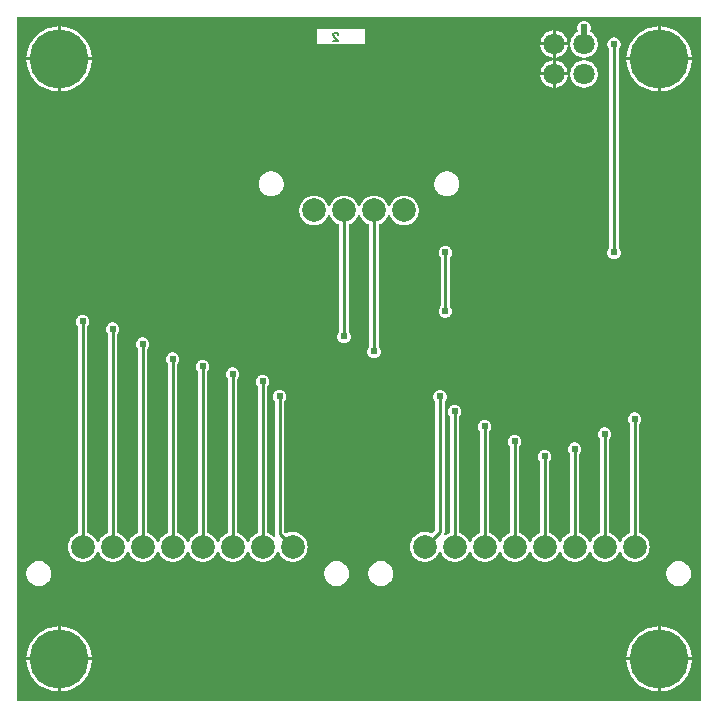
<source format=gbl>
G04 Layer: BottomLayer*
G04 Panelize: , Column: 2, Row: 2, Board Size: 58.42mm x 58.42mm, Panelized Board Size: 118.84mm x 118.84mm*
G04 EasyEDA v6.5.34, 2023-08-21 18:11:39*
G04 cee4ee92fcc340cbb195a6d854c32cc1,5a6b42c53f6a479593ecc07194224c93,10*
G04 Gerber Generator version 0.2*
G04 Scale: 100 percent, Rotated: No, Reflected: No *
G04 Dimensions in millimeters *
G04 leading zeros omitted , absolute positions ,4 integer and 5 decimal *
%FSLAX45Y45*%
%MOMM*%

%ADD10C,0.1524*%
%ADD11C,0.5000*%
%ADD12C,0.2540*%
%ADD13C,5.0000*%
%ADD14C,1.8000*%
%ADD15C,2.0000*%
%ADD16C,0.6096*%
%ADD17C,0.0167*%

%LPD*%
G36*
X5805932Y25908D02*
G01*
X36068Y26416D01*
X32156Y27178D01*
X28905Y29413D01*
X26670Y32664D01*
X25908Y36576D01*
X25908Y5805932D01*
X26670Y5809843D01*
X28905Y5813094D01*
X32156Y5815330D01*
X36068Y5816092D01*
X2555240Y5816092D01*
X2559151Y5815330D01*
X2562402Y5813094D01*
X2564638Y5809843D01*
X2565400Y5805932D01*
X2566162Y5809843D01*
X2568397Y5813094D01*
X2571648Y5815330D01*
X2575560Y5816092D01*
X5805932Y5816092D01*
X5809843Y5815330D01*
X5813094Y5813094D01*
X5815330Y5809843D01*
X5816092Y5805932D01*
X5816092Y36068D01*
X5815330Y32207D01*
X5813094Y28905D01*
X5809843Y26670D01*
G37*

%LPC*%
G36*
X4584700Y5600700D02*
G01*
X4687112Y5600700D01*
X4686960Y5602528D01*
X4684268Y5616803D01*
X4679746Y5630672D01*
X4673549Y5643829D01*
X4665776Y5656122D01*
X4656480Y5667349D01*
X4645863Y5677306D01*
X4634077Y5685840D01*
X4621326Y5692851D01*
X4607814Y5698236D01*
X4593691Y5701842D01*
X4584700Y5702960D01*
G37*
G36*
X5448300Y105613D02*
G01*
X5448300Y368300D01*
X5185410Y368300D01*
X5187289Y346405D01*
X5191150Y323646D01*
X5196890Y301244D01*
X5204460Y279450D01*
X5213858Y258317D01*
X5224983Y238099D01*
X5237784Y218846D01*
X5252161Y200710D01*
X5267960Y183896D01*
X5285130Y168402D01*
X5303520Y154432D01*
X5323027Y142087D01*
X5343499Y131368D01*
X5364835Y122428D01*
X5386781Y115265D01*
X5409285Y109982D01*
X5432145Y106629D01*
G37*
G36*
X368300Y105613D02*
G01*
X368300Y368300D01*
X105410Y368300D01*
X107289Y346405D01*
X111150Y323646D01*
X116890Y301244D01*
X124460Y279450D01*
X133858Y258317D01*
X144983Y238099D01*
X157784Y218846D01*
X172161Y200710D01*
X187960Y183896D01*
X205130Y168402D01*
X223520Y154432D01*
X243027Y142087D01*
X263499Y131368D01*
X284835Y122428D01*
X306781Y115265D01*
X329285Y109982D01*
X352145Y106629D01*
G37*
G36*
X5473700Y393700D02*
G01*
X5736336Y393700D01*
X5735929Y404063D01*
X5733034Y427024D01*
X5728208Y449630D01*
X5721553Y471728D01*
X5713018Y493217D01*
X5702757Y513892D01*
X5690819Y533704D01*
X5677204Y552348D01*
X5662117Y569874D01*
X5645607Y586028D01*
X5627827Y600760D01*
X5608828Y613968D01*
X5588812Y625500D01*
X5567934Y635355D01*
X5546242Y643382D01*
X5523992Y649630D01*
X5501284Y653948D01*
X5478322Y656336D01*
X5473700Y656437D01*
G37*
G36*
X393700Y393700D02*
G01*
X656336Y393700D01*
X655929Y404063D01*
X653034Y427024D01*
X648208Y449630D01*
X641553Y471728D01*
X633018Y493217D01*
X622757Y513892D01*
X610819Y533704D01*
X597204Y552348D01*
X582117Y569874D01*
X565607Y586028D01*
X547827Y600760D01*
X528828Y613968D01*
X508812Y625500D01*
X487934Y635355D01*
X466242Y643382D01*
X443992Y649630D01*
X421284Y653948D01*
X398322Y656336D01*
X393700Y656437D01*
G37*
G36*
X5185410Y393700D02*
G01*
X5448300Y393700D01*
X5448300Y656386D01*
X5432145Y655370D01*
X5409285Y652018D01*
X5386781Y646734D01*
X5364835Y639572D01*
X5343499Y630631D01*
X5323027Y619912D01*
X5303520Y607568D01*
X5285130Y593598D01*
X5267960Y578104D01*
X5252161Y561289D01*
X5237784Y543153D01*
X5224983Y523900D01*
X5213858Y503682D01*
X5204460Y482549D01*
X5196890Y460756D01*
X5191150Y438353D01*
X5187289Y415594D01*
G37*
G36*
X105410Y393700D02*
G01*
X368300Y393700D01*
X368300Y656386D01*
X352145Y655370D01*
X329285Y652018D01*
X306781Y646734D01*
X284835Y639572D01*
X263499Y630631D01*
X243027Y619912D01*
X223520Y607568D01*
X205130Y593598D01*
X187960Y578104D01*
X172161Y561289D01*
X157784Y543153D01*
X144983Y523900D01*
X133858Y503682D01*
X124460Y482549D01*
X116890Y460756D01*
X111150Y438353D01*
X107289Y415594D01*
G37*
G36*
X209804Y999032D02*
G01*
X223621Y999896D01*
X237185Y1002639D01*
X250342Y1007059D01*
X262737Y1013206D01*
X274269Y1020876D01*
X284683Y1030020D01*
X293827Y1040434D01*
X301498Y1051966D01*
X307644Y1064361D01*
X312064Y1077518D01*
X314807Y1091082D01*
X315671Y1104900D01*
X314807Y1118717D01*
X312064Y1132281D01*
X307644Y1145438D01*
X301498Y1157833D01*
X293827Y1169365D01*
X284683Y1179779D01*
X274269Y1188923D01*
X262737Y1196594D01*
X250342Y1202740D01*
X237185Y1207160D01*
X223621Y1209903D01*
X209804Y1210767D01*
X195986Y1209903D01*
X182422Y1207160D01*
X169265Y1202740D01*
X156870Y1196594D01*
X145338Y1188923D01*
X134924Y1179779D01*
X125780Y1169365D01*
X118110Y1157833D01*
X111963Y1145438D01*
X107543Y1132281D01*
X104800Y1118717D01*
X103936Y1104900D01*
X104800Y1091082D01*
X107543Y1077518D01*
X111963Y1064361D01*
X118110Y1051966D01*
X125780Y1040434D01*
X134924Y1030020D01*
X145338Y1020876D01*
X156870Y1013206D01*
X169265Y1007059D01*
X182422Y1002639D01*
X195986Y999896D01*
G37*
G36*
X3105404Y999032D02*
G01*
X3119221Y999896D01*
X3132785Y1002639D01*
X3145942Y1007059D01*
X3158337Y1013206D01*
X3169869Y1020876D01*
X3180283Y1030020D01*
X3189427Y1040434D01*
X3197098Y1051966D01*
X3203244Y1064361D01*
X3207664Y1077518D01*
X3210407Y1091082D01*
X3211271Y1104900D01*
X3210407Y1118717D01*
X3207664Y1132281D01*
X3203244Y1145438D01*
X3197098Y1157833D01*
X3189427Y1169365D01*
X3180283Y1179779D01*
X3169869Y1188923D01*
X3158337Y1196594D01*
X3145942Y1202740D01*
X3132785Y1207160D01*
X3119221Y1209903D01*
X3105404Y1210767D01*
X3091586Y1209903D01*
X3078022Y1207160D01*
X3064865Y1202740D01*
X3052470Y1196594D01*
X3040938Y1188923D01*
X3030524Y1179779D01*
X3021380Y1169365D01*
X3013710Y1157833D01*
X3007563Y1145438D01*
X3003143Y1132281D01*
X3000400Y1118717D01*
X2999536Y1104900D01*
X3000400Y1091082D01*
X3003143Y1077518D01*
X3007563Y1064361D01*
X3013710Y1051966D01*
X3021380Y1040434D01*
X3030524Y1030020D01*
X3040938Y1020876D01*
X3052470Y1013206D01*
X3064865Y1007059D01*
X3078022Y1002639D01*
X3091586Y999896D01*
G37*
G36*
X2731008Y999032D02*
G01*
X2744825Y999896D01*
X2758389Y1002639D01*
X2771546Y1007059D01*
X2783941Y1013206D01*
X2795473Y1020876D01*
X2805887Y1030020D01*
X2815031Y1040434D01*
X2822702Y1051966D01*
X2828848Y1064361D01*
X2833268Y1077518D01*
X2836011Y1091082D01*
X2836875Y1104900D01*
X2836011Y1118717D01*
X2833268Y1132281D01*
X2828848Y1145438D01*
X2822702Y1157833D01*
X2815031Y1169365D01*
X2805887Y1179779D01*
X2795473Y1188923D01*
X2783941Y1196594D01*
X2771546Y1202740D01*
X2758389Y1207160D01*
X2744825Y1209903D01*
X2731008Y1210767D01*
X2717190Y1209903D01*
X2703626Y1207160D01*
X2690469Y1202740D01*
X2678074Y1196594D01*
X2666542Y1188923D01*
X2656128Y1179779D01*
X2646984Y1169365D01*
X2639314Y1157833D01*
X2633167Y1145438D01*
X2628747Y1132281D01*
X2626004Y1118717D01*
X2625140Y1104900D01*
X2626004Y1091082D01*
X2628747Y1077518D01*
X2633167Y1064361D01*
X2639314Y1051966D01*
X2646984Y1040434D01*
X2656128Y1030020D01*
X2666542Y1020876D01*
X2678074Y1013206D01*
X2690469Y1007059D01*
X2703626Y1002639D01*
X2717190Y999896D01*
G37*
G36*
X5626608Y999032D02*
G01*
X5640425Y999896D01*
X5653989Y1002639D01*
X5667095Y1007059D01*
X5679541Y1013206D01*
X5691022Y1020876D01*
X5701436Y1030020D01*
X5710580Y1040434D01*
X5718302Y1051966D01*
X5724398Y1064361D01*
X5728868Y1077518D01*
X5731560Y1091082D01*
X5732475Y1104900D01*
X5731560Y1118717D01*
X5728868Y1132281D01*
X5724398Y1145438D01*
X5718302Y1157833D01*
X5710580Y1169365D01*
X5701436Y1179779D01*
X5691022Y1188923D01*
X5679541Y1196594D01*
X5667095Y1202740D01*
X5653989Y1207160D01*
X5640425Y1209903D01*
X5626608Y1210767D01*
X5612739Y1209903D01*
X5599176Y1207160D01*
X5586069Y1202740D01*
X5573623Y1196594D01*
X5562142Y1188923D01*
X5551728Y1179779D01*
X5542584Y1169365D01*
X5534863Y1157833D01*
X5528767Y1145438D01*
X5524296Y1132281D01*
X5521604Y1118717D01*
X5520690Y1104900D01*
X5521604Y1091082D01*
X5524296Y1077518D01*
X5528767Y1064361D01*
X5534863Y1051966D01*
X5542584Y1040434D01*
X5551728Y1030020D01*
X5562142Y1020876D01*
X5573623Y1013206D01*
X5586069Y1007059D01*
X5599176Y1002639D01*
X5612739Y999896D01*
G37*
G36*
X3477006Y1204010D02*
G01*
X3492195Y1204925D01*
X3507130Y1207668D01*
X3521659Y1212189D01*
X3535527Y1218438D01*
X3548532Y1226312D01*
X3560470Y1235659D01*
X3571240Y1246428D01*
X3580587Y1258366D01*
X3588461Y1271371D01*
X3594760Y1285290D01*
X3596944Y1288491D01*
X3600196Y1290574D01*
X3604006Y1291285D01*
X3607815Y1290574D01*
X3611067Y1288491D01*
X3613251Y1285290D01*
X3619550Y1271371D01*
X3627424Y1258366D01*
X3636772Y1246428D01*
X3647541Y1235659D01*
X3659479Y1226312D01*
X3672484Y1218438D01*
X3686352Y1212189D01*
X3700881Y1207668D01*
X3715816Y1204925D01*
X3731006Y1204010D01*
X3746195Y1204925D01*
X3761130Y1207668D01*
X3775659Y1212189D01*
X3789527Y1218438D01*
X3802532Y1226312D01*
X3814470Y1235659D01*
X3825240Y1246428D01*
X3834587Y1258366D01*
X3842461Y1271371D01*
X3848760Y1285290D01*
X3850944Y1288491D01*
X3854196Y1290574D01*
X3858006Y1291285D01*
X3861815Y1290574D01*
X3865067Y1288491D01*
X3867251Y1285290D01*
X3873550Y1271371D01*
X3881424Y1258366D01*
X3890772Y1246428D01*
X3901541Y1235659D01*
X3913479Y1226312D01*
X3926484Y1218438D01*
X3940352Y1212189D01*
X3954881Y1207668D01*
X3969816Y1204925D01*
X3985006Y1204010D01*
X4000195Y1204925D01*
X4015130Y1207668D01*
X4029659Y1212189D01*
X4043527Y1218438D01*
X4056532Y1226312D01*
X4068470Y1235659D01*
X4079240Y1246428D01*
X4088587Y1258366D01*
X4096461Y1271371D01*
X4102760Y1285290D01*
X4104944Y1288491D01*
X4108196Y1290574D01*
X4112006Y1291285D01*
X4115815Y1290574D01*
X4119067Y1288491D01*
X4121251Y1285290D01*
X4127550Y1271371D01*
X4135424Y1258366D01*
X4144772Y1246428D01*
X4155541Y1235659D01*
X4167479Y1226312D01*
X4180484Y1218438D01*
X4194352Y1212189D01*
X4208881Y1207668D01*
X4223816Y1204925D01*
X4239006Y1204010D01*
X4254195Y1204925D01*
X4269130Y1207668D01*
X4283659Y1212189D01*
X4297527Y1218438D01*
X4310532Y1226312D01*
X4322470Y1235659D01*
X4333240Y1246428D01*
X4342587Y1258366D01*
X4350461Y1271371D01*
X4356760Y1285290D01*
X4358944Y1288491D01*
X4362196Y1290574D01*
X4366006Y1291285D01*
X4369816Y1290574D01*
X4373067Y1288491D01*
X4375251Y1285290D01*
X4381550Y1271371D01*
X4389424Y1258366D01*
X4398772Y1246428D01*
X4409541Y1235659D01*
X4421479Y1226312D01*
X4434484Y1218438D01*
X4448352Y1212189D01*
X4462881Y1207668D01*
X4477816Y1204925D01*
X4493006Y1204010D01*
X4508195Y1204925D01*
X4523130Y1207668D01*
X4537659Y1212189D01*
X4551527Y1218438D01*
X4564532Y1226312D01*
X4576470Y1235659D01*
X4587240Y1246428D01*
X4596587Y1258366D01*
X4604461Y1271371D01*
X4610760Y1285290D01*
X4612944Y1288491D01*
X4616196Y1290574D01*
X4620006Y1291285D01*
X4623816Y1290574D01*
X4627067Y1288491D01*
X4629251Y1285290D01*
X4635550Y1271371D01*
X4643424Y1258366D01*
X4652772Y1246428D01*
X4663541Y1235659D01*
X4675479Y1226312D01*
X4688484Y1218438D01*
X4702352Y1212189D01*
X4716881Y1207668D01*
X4731816Y1204925D01*
X4747006Y1204010D01*
X4762195Y1204925D01*
X4777130Y1207668D01*
X4791659Y1212189D01*
X4805527Y1218438D01*
X4818532Y1226312D01*
X4830470Y1235659D01*
X4841240Y1246428D01*
X4850587Y1258366D01*
X4858461Y1271371D01*
X4864760Y1285290D01*
X4866944Y1288491D01*
X4870196Y1290574D01*
X4874006Y1291285D01*
X4877816Y1290574D01*
X4881067Y1288491D01*
X4883251Y1285290D01*
X4889550Y1271371D01*
X4897424Y1258366D01*
X4906772Y1246428D01*
X4917541Y1235659D01*
X4929479Y1226312D01*
X4942484Y1218438D01*
X4956352Y1212189D01*
X4970881Y1207668D01*
X4985816Y1204925D01*
X5001006Y1204010D01*
X5016195Y1204925D01*
X5031130Y1207668D01*
X5045659Y1212189D01*
X5059527Y1218438D01*
X5072532Y1226312D01*
X5084470Y1235659D01*
X5095240Y1246428D01*
X5104587Y1258366D01*
X5112461Y1271371D01*
X5118760Y1285290D01*
X5120944Y1288491D01*
X5124196Y1290574D01*
X5128006Y1291285D01*
X5131816Y1290574D01*
X5135067Y1288491D01*
X5137251Y1285290D01*
X5143550Y1271371D01*
X5151424Y1258366D01*
X5160772Y1246428D01*
X5171541Y1235659D01*
X5183479Y1226312D01*
X5196484Y1218438D01*
X5210352Y1212189D01*
X5224881Y1207668D01*
X5239816Y1204925D01*
X5255006Y1204010D01*
X5270195Y1204925D01*
X5285130Y1207668D01*
X5299659Y1212189D01*
X5313527Y1218438D01*
X5326532Y1226312D01*
X5338470Y1235659D01*
X5349240Y1246428D01*
X5358587Y1258366D01*
X5366461Y1271371D01*
X5372709Y1285240D01*
X5377230Y1299768D01*
X5379974Y1314704D01*
X5380888Y1329893D01*
X5379974Y1345082D01*
X5377230Y1360017D01*
X5372709Y1374546D01*
X5366461Y1388414D01*
X5358587Y1401419D01*
X5349240Y1413357D01*
X5338470Y1424127D01*
X5326532Y1433474D01*
X5313527Y1441348D01*
X5299608Y1447596D01*
X5296458Y1449832D01*
X5294376Y1453083D01*
X5293614Y1456893D01*
X5293614Y2367991D01*
X5294376Y2371902D01*
X5296611Y2375204D01*
X5298186Y2376779D01*
X5303824Y2384806D01*
X5307939Y2393746D01*
X5310479Y2403195D01*
X5311343Y2413000D01*
X5310479Y2422804D01*
X5307939Y2432253D01*
X5303824Y2441194D01*
X5298186Y2449220D01*
X5291226Y2456180D01*
X5283200Y2461818D01*
X5274259Y2465933D01*
X5264810Y2468473D01*
X5255006Y2469337D01*
X5245201Y2468473D01*
X5235752Y2465933D01*
X5226812Y2461818D01*
X5218785Y2456180D01*
X5211826Y2449220D01*
X5206187Y2441194D01*
X5202072Y2432253D01*
X5199532Y2422804D01*
X5198668Y2413000D01*
X5199532Y2403195D01*
X5202072Y2393746D01*
X5206187Y2384806D01*
X5211826Y2376779D01*
X5213400Y2375204D01*
X5215636Y2371902D01*
X5216398Y2367991D01*
X5216398Y1456893D01*
X5215686Y1453083D01*
X5213553Y1449832D01*
X5210403Y1447596D01*
X5196484Y1441348D01*
X5183479Y1433474D01*
X5171541Y1424127D01*
X5160772Y1413357D01*
X5151424Y1401419D01*
X5143550Y1388414D01*
X5137251Y1374495D01*
X5135067Y1371295D01*
X5131816Y1369212D01*
X5128006Y1368501D01*
X5124196Y1369212D01*
X5120944Y1371295D01*
X5118760Y1374495D01*
X5112461Y1388414D01*
X5104587Y1401419D01*
X5095240Y1413357D01*
X5084470Y1424127D01*
X5072532Y1433474D01*
X5059527Y1441348D01*
X5045608Y1447596D01*
X5042458Y1449832D01*
X5040376Y1453083D01*
X5039614Y1456893D01*
X5039614Y2240991D01*
X5040376Y2244902D01*
X5042611Y2248204D01*
X5044186Y2249779D01*
X5049824Y2257806D01*
X5053939Y2266746D01*
X5056479Y2276195D01*
X5057343Y2286000D01*
X5056479Y2295804D01*
X5053939Y2305253D01*
X5049824Y2314194D01*
X5044186Y2322220D01*
X5037226Y2329180D01*
X5029200Y2334818D01*
X5020259Y2338933D01*
X5010810Y2341473D01*
X5001006Y2342337D01*
X4991201Y2341473D01*
X4981752Y2338933D01*
X4972812Y2334818D01*
X4964785Y2329180D01*
X4957826Y2322220D01*
X4952187Y2314194D01*
X4948072Y2305253D01*
X4945532Y2295804D01*
X4944668Y2286000D01*
X4945532Y2276195D01*
X4948072Y2266746D01*
X4952187Y2257806D01*
X4957826Y2249779D01*
X4959400Y2248204D01*
X4961636Y2244902D01*
X4962398Y2240991D01*
X4962398Y1456893D01*
X4961686Y1453083D01*
X4959553Y1449832D01*
X4956403Y1447596D01*
X4942484Y1441348D01*
X4929479Y1433474D01*
X4917541Y1424127D01*
X4906772Y1413357D01*
X4897424Y1401419D01*
X4889550Y1388414D01*
X4883251Y1374495D01*
X4881067Y1371295D01*
X4877816Y1369212D01*
X4874006Y1368501D01*
X4870196Y1369212D01*
X4866944Y1371295D01*
X4864760Y1374495D01*
X4858461Y1388414D01*
X4850587Y1401419D01*
X4841240Y1413357D01*
X4830470Y1424127D01*
X4818532Y1433474D01*
X4805527Y1441348D01*
X4791608Y1447596D01*
X4788458Y1449832D01*
X4786376Y1453083D01*
X4785614Y1456893D01*
X4785614Y2113991D01*
X4786376Y2117902D01*
X4788611Y2121204D01*
X4790186Y2122779D01*
X4795824Y2130806D01*
X4799939Y2139746D01*
X4802479Y2149195D01*
X4803343Y2159000D01*
X4802479Y2168804D01*
X4799939Y2178253D01*
X4795824Y2187194D01*
X4790186Y2195220D01*
X4783226Y2202180D01*
X4775200Y2207818D01*
X4766259Y2211933D01*
X4756810Y2214473D01*
X4747006Y2215337D01*
X4737201Y2214473D01*
X4727752Y2211933D01*
X4718812Y2207818D01*
X4710785Y2202180D01*
X4703826Y2195220D01*
X4698187Y2187194D01*
X4694072Y2178253D01*
X4691532Y2168804D01*
X4690668Y2159000D01*
X4691532Y2149195D01*
X4694072Y2139746D01*
X4698187Y2130806D01*
X4703826Y2122779D01*
X4705400Y2121204D01*
X4707636Y2117902D01*
X4708398Y2113991D01*
X4708398Y1456893D01*
X4707686Y1453083D01*
X4705553Y1449832D01*
X4702403Y1447596D01*
X4688484Y1441348D01*
X4675479Y1433474D01*
X4663541Y1424127D01*
X4652772Y1413357D01*
X4643424Y1401419D01*
X4635550Y1388414D01*
X4629251Y1374495D01*
X4627067Y1371295D01*
X4623816Y1369212D01*
X4620006Y1368501D01*
X4616196Y1369212D01*
X4612944Y1371295D01*
X4610760Y1374495D01*
X4604461Y1388414D01*
X4596587Y1401419D01*
X4587240Y1413357D01*
X4576470Y1424127D01*
X4564532Y1433474D01*
X4551527Y1441348D01*
X4537608Y1447596D01*
X4534458Y1449832D01*
X4532376Y1453083D01*
X4531614Y1456893D01*
X4531614Y2050491D01*
X4532376Y2054402D01*
X4534611Y2057704D01*
X4536186Y2059279D01*
X4541824Y2067306D01*
X4545939Y2076246D01*
X4548479Y2085695D01*
X4549343Y2095500D01*
X4548479Y2105304D01*
X4545939Y2114753D01*
X4541824Y2123694D01*
X4536186Y2131720D01*
X4529226Y2138680D01*
X4521200Y2144318D01*
X4512259Y2148433D01*
X4502810Y2150973D01*
X4493006Y2151837D01*
X4483201Y2150973D01*
X4473752Y2148433D01*
X4464812Y2144318D01*
X4456785Y2138680D01*
X4449826Y2131720D01*
X4444187Y2123694D01*
X4440072Y2114753D01*
X4437532Y2105304D01*
X4436668Y2095500D01*
X4437532Y2085695D01*
X4440072Y2076246D01*
X4444187Y2067306D01*
X4449826Y2059279D01*
X4451400Y2057704D01*
X4453636Y2054402D01*
X4454398Y2050491D01*
X4454398Y1456893D01*
X4453686Y1453083D01*
X4451553Y1449832D01*
X4448403Y1447596D01*
X4434484Y1441348D01*
X4421479Y1433474D01*
X4409541Y1424127D01*
X4398772Y1413357D01*
X4389424Y1401419D01*
X4381550Y1388414D01*
X4375251Y1374495D01*
X4373067Y1371295D01*
X4369816Y1369212D01*
X4366006Y1368501D01*
X4362196Y1369212D01*
X4358944Y1371295D01*
X4356760Y1374495D01*
X4350461Y1388414D01*
X4342587Y1401419D01*
X4333240Y1413357D01*
X4322470Y1424127D01*
X4310532Y1433474D01*
X4297527Y1441348D01*
X4283608Y1447596D01*
X4280458Y1449832D01*
X4278376Y1453083D01*
X4277614Y1456893D01*
X4277614Y2177491D01*
X4278376Y2181402D01*
X4280611Y2184704D01*
X4282186Y2186279D01*
X4287824Y2194306D01*
X4291939Y2203246D01*
X4294479Y2212695D01*
X4295343Y2222500D01*
X4294479Y2232304D01*
X4291939Y2241753D01*
X4287824Y2250694D01*
X4282186Y2258720D01*
X4275226Y2265680D01*
X4267200Y2271318D01*
X4258259Y2275433D01*
X4248810Y2277973D01*
X4239006Y2278837D01*
X4229201Y2277973D01*
X4219752Y2275433D01*
X4210812Y2271318D01*
X4202785Y2265680D01*
X4195826Y2258720D01*
X4190187Y2250694D01*
X4186072Y2241753D01*
X4183532Y2232304D01*
X4182668Y2222500D01*
X4183532Y2212695D01*
X4186072Y2203246D01*
X4190187Y2194306D01*
X4195826Y2186279D01*
X4197400Y2184704D01*
X4199636Y2181402D01*
X4200398Y2177491D01*
X4200398Y1456893D01*
X4199686Y1453083D01*
X4197553Y1449832D01*
X4194403Y1447596D01*
X4180484Y1441348D01*
X4167479Y1433474D01*
X4155541Y1424127D01*
X4144772Y1413357D01*
X4135424Y1401419D01*
X4127550Y1388414D01*
X4121251Y1374495D01*
X4119067Y1371295D01*
X4115815Y1369212D01*
X4112006Y1368501D01*
X4108196Y1369212D01*
X4104944Y1371295D01*
X4102760Y1374495D01*
X4096461Y1388414D01*
X4088587Y1401419D01*
X4079240Y1413357D01*
X4068470Y1424127D01*
X4056532Y1433474D01*
X4043527Y1441348D01*
X4029608Y1447596D01*
X4026458Y1449832D01*
X4024376Y1453083D01*
X4023614Y1456893D01*
X4023614Y2304491D01*
X4024376Y2308402D01*
X4026611Y2311704D01*
X4028186Y2313279D01*
X4033824Y2321306D01*
X4037939Y2330246D01*
X4040479Y2339695D01*
X4041343Y2349500D01*
X4040479Y2359304D01*
X4037939Y2368753D01*
X4033824Y2377694D01*
X4028186Y2385720D01*
X4021226Y2392680D01*
X4013200Y2398318D01*
X4004259Y2402433D01*
X3994810Y2404973D01*
X3985006Y2405837D01*
X3975201Y2404973D01*
X3965752Y2402433D01*
X3956812Y2398318D01*
X3948785Y2392680D01*
X3941826Y2385720D01*
X3936187Y2377694D01*
X3932072Y2368753D01*
X3929532Y2359304D01*
X3928668Y2349500D01*
X3929532Y2339695D01*
X3932072Y2330246D01*
X3936187Y2321306D01*
X3941826Y2313279D01*
X3943400Y2311704D01*
X3945636Y2308402D01*
X3946398Y2304491D01*
X3946398Y1456893D01*
X3945686Y1453083D01*
X3943553Y1449832D01*
X3940403Y1447596D01*
X3926484Y1441348D01*
X3913479Y1433474D01*
X3901541Y1424127D01*
X3890772Y1413357D01*
X3881424Y1401419D01*
X3873550Y1388414D01*
X3867251Y1374495D01*
X3865067Y1371295D01*
X3861815Y1369212D01*
X3858006Y1368501D01*
X3854196Y1369212D01*
X3850944Y1371295D01*
X3848760Y1374495D01*
X3842461Y1388414D01*
X3834587Y1401419D01*
X3825240Y1413357D01*
X3814470Y1424127D01*
X3802532Y1433474D01*
X3789527Y1441348D01*
X3775608Y1447596D01*
X3772458Y1449832D01*
X3770376Y1453083D01*
X3769614Y1456893D01*
X3769614Y2431491D01*
X3770376Y2435402D01*
X3772611Y2438704D01*
X3774186Y2440279D01*
X3779824Y2448306D01*
X3783939Y2457246D01*
X3786479Y2466695D01*
X3787343Y2476500D01*
X3786479Y2486304D01*
X3783939Y2495753D01*
X3779824Y2504694D01*
X3774186Y2512720D01*
X3767226Y2519680D01*
X3759200Y2525318D01*
X3750259Y2529433D01*
X3740810Y2531973D01*
X3731006Y2532837D01*
X3721201Y2531973D01*
X3711752Y2529433D01*
X3702812Y2525318D01*
X3694785Y2519680D01*
X3687826Y2512720D01*
X3682187Y2504694D01*
X3678072Y2495753D01*
X3675532Y2486304D01*
X3674668Y2476500D01*
X3675532Y2466695D01*
X3678072Y2457246D01*
X3682187Y2448306D01*
X3687826Y2440279D01*
X3689400Y2438704D01*
X3691636Y2435402D01*
X3692398Y2431491D01*
X3692398Y1456893D01*
X3691686Y1453083D01*
X3689553Y1449832D01*
X3686403Y1447596D01*
X3672484Y1441348D01*
X3659479Y1433474D01*
X3657549Y1432001D01*
X3654044Y1430223D01*
X3650132Y1429918D01*
X3646373Y1431086D01*
X3643376Y1433626D01*
X3641547Y1437081D01*
X3641191Y1440992D01*
X3644595Y1452168D01*
X3645408Y1460195D01*
X3645408Y2558491D01*
X3646170Y2562402D01*
X3648405Y2565704D01*
X3649979Y2567279D01*
X3655618Y2575306D01*
X3659733Y2584246D01*
X3662273Y2593695D01*
X3663137Y2603500D01*
X3662273Y2613304D01*
X3659733Y2622753D01*
X3655618Y2631694D01*
X3649979Y2639720D01*
X3643020Y2646680D01*
X3634994Y2652318D01*
X3626053Y2656433D01*
X3616604Y2658973D01*
X3606800Y2659837D01*
X3596995Y2658973D01*
X3587546Y2656433D01*
X3578606Y2652318D01*
X3570579Y2646680D01*
X3563620Y2639720D01*
X3557981Y2631694D01*
X3553866Y2622753D01*
X3551326Y2613304D01*
X3550462Y2603500D01*
X3551326Y2593695D01*
X3553866Y2584246D01*
X3557981Y2575306D01*
X3563620Y2567279D01*
X3565194Y2565704D01*
X3567429Y2562402D01*
X3568192Y2558491D01*
X3568192Y1479905D01*
X3567429Y1475994D01*
X3565194Y1472692D01*
X3539337Y1446834D01*
X3535934Y1444599D01*
X3531971Y1443837D01*
X3528009Y1444752D01*
X3521659Y1447596D01*
X3507130Y1452118D01*
X3492195Y1454861D01*
X3477006Y1455775D01*
X3461816Y1454861D01*
X3446881Y1452118D01*
X3432352Y1447596D01*
X3418484Y1441348D01*
X3405479Y1433474D01*
X3393541Y1424127D01*
X3382772Y1413357D01*
X3373424Y1401419D01*
X3365550Y1388414D01*
X3359302Y1374546D01*
X3354781Y1360017D01*
X3352037Y1345082D01*
X3351123Y1329893D01*
X3352037Y1314704D01*
X3354781Y1299768D01*
X3359302Y1285240D01*
X3365550Y1271371D01*
X3373424Y1258366D01*
X3382772Y1246428D01*
X3393541Y1235659D01*
X3405479Y1226312D01*
X3418484Y1218438D01*
X3432352Y1212189D01*
X3446881Y1207668D01*
X3461816Y1204925D01*
G37*
G36*
X581406Y1204010D02*
G01*
X596595Y1204925D01*
X611530Y1207668D01*
X626059Y1212189D01*
X639927Y1218438D01*
X652932Y1226312D01*
X664870Y1235659D01*
X675640Y1246428D01*
X684987Y1258366D01*
X692861Y1271371D01*
X699160Y1285290D01*
X701344Y1288491D01*
X704596Y1290574D01*
X708406Y1291285D01*
X712216Y1290574D01*
X715467Y1288491D01*
X717651Y1285290D01*
X723950Y1271371D01*
X731824Y1258366D01*
X741172Y1246428D01*
X751941Y1235659D01*
X763879Y1226312D01*
X776884Y1218438D01*
X790752Y1212189D01*
X805281Y1207668D01*
X820216Y1204925D01*
X835406Y1204010D01*
X850595Y1204925D01*
X865530Y1207668D01*
X880059Y1212189D01*
X893927Y1218438D01*
X906932Y1226312D01*
X918870Y1235659D01*
X929640Y1246428D01*
X938987Y1258366D01*
X946861Y1271371D01*
X953160Y1285290D01*
X955344Y1288491D01*
X958596Y1290574D01*
X962406Y1291285D01*
X966216Y1290574D01*
X969467Y1288491D01*
X971651Y1285290D01*
X977950Y1271371D01*
X985824Y1258366D01*
X995171Y1246428D01*
X1005941Y1235659D01*
X1017879Y1226312D01*
X1030884Y1218438D01*
X1044752Y1212189D01*
X1059281Y1207668D01*
X1074216Y1204925D01*
X1089406Y1204010D01*
X1104595Y1204925D01*
X1119530Y1207668D01*
X1134059Y1212189D01*
X1147927Y1218438D01*
X1160932Y1226312D01*
X1172870Y1235659D01*
X1183640Y1246428D01*
X1192987Y1258366D01*
X1200861Y1271371D01*
X1207160Y1285290D01*
X1209344Y1288491D01*
X1212596Y1290574D01*
X1216406Y1291285D01*
X1220216Y1290574D01*
X1223467Y1288491D01*
X1225651Y1285290D01*
X1231950Y1271371D01*
X1239824Y1258366D01*
X1249172Y1246428D01*
X1259941Y1235659D01*
X1271879Y1226312D01*
X1284884Y1218438D01*
X1298752Y1212189D01*
X1313281Y1207668D01*
X1328216Y1204925D01*
X1343406Y1204010D01*
X1358595Y1204925D01*
X1373530Y1207668D01*
X1388059Y1212189D01*
X1401927Y1218438D01*
X1414932Y1226312D01*
X1426870Y1235659D01*
X1437640Y1246428D01*
X1446987Y1258366D01*
X1454861Y1271371D01*
X1461160Y1285290D01*
X1463344Y1288491D01*
X1466596Y1290574D01*
X1470406Y1291285D01*
X1474216Y1290574D01*
X1477467Y1288491D01*
X1479651Y1285290D01*
X1485950Y1271371D01*
X1493824Y1258366D01*
X1503172Y1246428D01*
X1513941Y1235659D01*
X1525879Y1226312D01*
X1538884Y1218438D01*
X1552752Y1212189D01*
X1567281Y1207668D01*
X1582216Y1204925D01*
X1597406Y1204010D01*
X1612595Y1204925D01*
X1627530Y1207668D01*
X1642059Y1212189D01*
X1655927Y1218438D01*
X1668932Y1226312D01*
X1680870Y1235659D01*
X1691639Y1246428D01*
X1700987Y1258366D01*
X1708861Y1271371D01*
X1715160Y1285290D01*
X1717344Y1288491D01*
X1720596Y1290574D01*
X1724406Y1291285D01*
X1728216Y1290574D01*
X1731467Y1288491D01*
X1733651Y1285290D01*
X1739950Y1271371D01*
X1747824Y1258366D01*
X1757172Y1246428D01*
X1767941Y1235659D01*
X1779879Y1226312D01*
X1792884Y1218438D01*
X1806752Y1212189D01*
X1821281Y1207668D01*
X1836216Y1204925D01*
X1851406Y1204010D01*
X1866595Y1204925D01*
X1881530Y1207668D01*
X1896059Y1212189D01*
X1909927Y1218438D01*
X1922932Y1226312D01*
X1934870Y1235659D01*
X1945639Y1246428D01*
X1954987Y1258366D01*
X1962861Y1271371D01*
X1969160Y1285290D01*
X1971344Y1288491D01*
X1974596Y1290574D01*
X1978406Y1291285D01*
X1982216Y1290574D01*
X1985467Y1288491D01*
X1987651Y1285290D01*
X1993950Y1271371D01*
X2001824Y1258366D01*
X2011172Y1246428D01*
X2021941Y1235659D01*
X2033879Y1226312D01*
X2046884Y1218438D01*
X2060752Y1212189D01*
X2075281Y1207668D01*
X2090216Y1204925D01*
X2105406Y1204010D01*
X2120595Y1204925D01*
X2135530Y1207668D01*
X2150059Y1212189D01*
X2163927Y1218438D01*
X2176932Y1226312D01*
X2188870Y1235659D01*
X2199640Y1246428D01*
X2208987Y1258366D01*
X2216861Y1271371D01*
X2223160Y1285290D01*
X2225344Y1288491D01*
X2228596Y1290574D01*
X2232406Y1291285D01*
X2236216Y1290574D01*
X2239467Y1288491D01*
X2241651Y1285290D01*
X2247950Y1271371D01*
X2255824Y1258366D01*
X2265172Y1246428D01*
X2275941Y1235659D01*
X2287879Y1226312D01*
X2300884Y1218438D01*
X2314752Y1212189D01*
X2329281Y1207668D01*
X2344216Y1204925D01*
X2359406Y1204010D01*
X2374595Y1204925D01*
X2389530Y1207668D01*
X2404059Y1212189D01*
X2417927Y1218438D01*
X2430932Y1226312D01*
X2442870Y1235659D01*
X2453640Y1246428D01*
X2462987Y1258366D01*
X2470861Y1271371D01*
X2477109Y1285240D01*
X2481630Y1299768D01*
X2484374Y1314704D01*
X2485288Y1329893D01*
X2484374Y1345082D01*
X2481630Y1360017D01*
X2477109Y1374546D01*
X2470861Y1388414D01*
X2462987Y1401419D01*
X2453640Y1413357D01*
X2442870Y1424127D01*
X2430932Y1433474D01*
X2417927Y1441348D01*
X2404059Y1447596D01*
X2389530Y1452118D01*
X2374595Y1454861D01*
X2359406Y1455775D01*
X2344216Y1454861D01*
X2329281Y1452118D01*
X2314752Y1447596D01*
X2308402Y1444752D01*
X2304440Y1443837D01*
X2300478Y1444599D01*
X2297074Y1446834D01*
X2289505Y1454404D01*
X2287270Y1457706D01*
X2286508Y1461617D01*
X2286508Y2558491D01*
X2287270Y2562402D01*
X2289505Y2565704D01*
X2291080Y2567279D01*
X2296718Y2575306D01*
X2300833Y2584246D01*
X2303373Y2593695D01*
X2304237Y2603500D01*
X2303373Y2613304D01*
X2300833Y2622753D01*
X2296718Y2631694D01*
X2291080Y2639720D01*
X2284120Y2646680D01*
X2276094Y2652318D01*
X2267153Y2656433D01*
X2257704Y2658973D01*
X2247900Y2659837D01*
X2238095Y2658973D01*
X2228646Y2656433D01*
X2219706Y2652318D01*
X2211679Y2646680D01*
X2204720Y2639720D01*
X2199081Y2631694D01*
X2194966Y2622753D01*
X2192426Y2613304D01*
X2191562Y2603500D01*
X2192426Y2593695D01*
X2194966Y2584246D01*
X2199081Y2575306D01*
X2204720Y2567279D01*
X2206294Y2565704D01*
X2208530Y2562402D01*
X2209292Y2558491D01*
X2209292Y1441907D01*
X2210104Y1433880D01*
X2211781Y1428242D01*
X2212136Y1423822D01*
X2210511Y1419656D01*
X2207310Y1416608D01*
X2203043Y1415186D01*
X2198624Y1415745D01*
X2194864Y1418132D01*
X2188870Y1424127D01*
X2176932Y1433474D01*
X2163927Y1441348D01*
X2150008Y1447596D01*
X2146858Y1449832D01*
X2144725Y1453083D01*
X2144014Y1456893D01*
X2144014Y2685491D01*
X2144776Y2689402D01*
X2146960Y2692704D01*
X2148586Y2694279D01*
X2154174Y2702306D01*
X2158339Y2711246D01*
X2160879Y2720695D01*
X2161743Y2730500D01*
X2160879Y2740304D01*
X2158339Y2749753D01*
X2154174Y2758694D01*
X2148586Y2766720D01*
X2141626Y2773680D01*
X2133549Y2779318D01*
X2124659Y2783433D01*
X2115159Y2785973D01*
X2105406Y2786837D01*
X2095601Y2785973D01*
X2086102Y2783433D01*
X2077212Y2779318D01*
X2069185Y2773680D01*
X2062225Y2766720D01*
X2056587Y2758694D01*
X2052421Y2749753D01*
X2049881Y2740304D01*
X2049068Y2730500D01*
X2049881Y2720695D01*
X2052421Y2711246D01*
X2056587Y2702306D01*
X2062225Y2694279D01*
X2063800Y2692704D01*
X2066036Y2689402D01*
X2066798Y2685491D01*
X2066798Y1456893D01*
X2066086Y1453083D01*
X2063953Y1449832D01*
X2060803Y1447596D01*
X2046884Y1441348D01*
X2033879Y1433474D01*
X2021941Y1424127D01*
X2011172Y1413357D01*
X2001824Y1401419D01*
X1993950Y1388414D01*
X1987651Y1374495D01*
X1985467Y1371295D01*
X1982216Y1369212D01*
X1978406Y1368501D01*
X1974596Y1369212D01*
X1971344Y1371295D01*
X1969160Y1374495D01*
X1962861Y1388414D01*
X1954987Y1401419D01*
X1945639Y1413357D01*
X1934870Y1424127D01*
X1922932Y1433474D01*
X1909927Y1441348D01*
X1896008Y1447596D01*
X1892858Y1449832D01*
X1890725Y1453083D01*
X1890014Y1456893D01*
X1890014Y2748991D01*
X1890775Y2752902D01*
X1893011Y2756204D01*
X1894586Y2757779D01*
X1900224Y2765806D01*
X1904339Y2774746D01*
X1906879Y2784195D01*
X1907743Y2794000D01*
X1906879Y2803804D01*
X1904339Y2813253D01*
X1900224Y2822194D01*
X1894586Y2830220D01*
X1887626Y2837180D01*
X1879600Y2842818D01*
X1870659Y2846933D01*
X1861210Y2849473D01*
X1851406Y2850337D01*
X1841601Y2849473D01*
X1832152Y2846933D01*
X1823212Y2842818D01*
X1815185Y2837180D01*
X1808225Y2830220D01*
X1802587Y2822194D01*
X1798472Y2813253D01*
X1795932Y2803804D01*
X1795068Y2794000D01*
X1795932Y2784195D01*
X1798472Y2774746D01*
X1802587Y2765806D01*
X1808225Y2757779D01*
X1809800Y2756204D01*
X1812036Y2752902D01*
X1812798Y2748991D01*
X1812798Y1456893D01*
X1812036Y1453083D01*
X1809953Y1449832D01*
X1806803Y1447596D01*
X1792884Y1441348D01*
X1779879Y1433474D01*
X1767941Y1424127D01*
X1757172Y1413357D01*
X1747824Y1401419D01*
X1739950Y1388414D01*
X1733651Y1374495D01*
X1731467Y1371295D01*
X1728216Y1369212D01*
X1724406Y1368501D01*
X1720596Y1369212D01*
X1717344Y1371295D01*
X1715160Y1374495D01*
X1708861Y1388414D01*
X1700987Y1401419D01*
X1691639Y1413357D01*
X1680870Y1424127D01*
X1668932Y1433474D01*
X1655927Y1441348D01*
X1642008Y1447596D01*
X1638858Y1449832D01*
X1636725Y1453083D01*
X1636014Y1456893D01*
X1636014Y2812491D01*
X1636776Y2816402D01*
X1639011Y2819704D01*
X1640586Y2821279D01*
X1646224Y2829306D01*
X1650339Y2838246D01*
X1652879Y2847695D01*
X1653743Y2857500D01*
X1652879Y2867304D01*
X1650339Y2876753D01*
X1646224Y2885694D01*
X1640586Y2893720D01*
X1633626Y2900680D01*
X1625600Y2906318D01*
X1616659Y2910433D01*
X1607210Y2912973D01*
X1597406Y2913837D01*
X1587601Y2912973D01*
X1578152Y2910433D01*
X1569212Y2906318D01*
X1561185Y2900680D01*
X1554226Y2893720D01*
X1548587Y2885694D01*
X1544472Y2876753D01*
X1541932Y2867304D01*
X1541068Y2857500D01*
X1541932Y2847695D01*
X1544472Y2838246D01*
X1548587Y2829306D01*
X1554226Y2821279D01*
X1555800Y2819704D01*
X1558036Y2816402D01*
X1558798Y2812491D01*
X1558798Y1456893D01*
X1558036Y1453083D01*
X1555953Y1449832D01*
X1552803Y1447596D01*
X1538884Y1441348D01*
X1525879Y1433474D01*
X1513941Y1424127D01*
X1503172Y1413357D01*
X1493824Y1401419D01*
X1485950Y1388414D01*
X1479651Y1374495D01*
X1477467Y1371295D01*
X1474216Y1369212D01*
X1470406Y1368501D01*
X1466596Y1369212D01*
X1463344Y1371295D01*
X1461160Y1374495D01*
X1454861Y1388414D01*
X1446987Y1401419D01*
X1437640Y1413357D01*
X1426870Y1424127D01*
X1414932Y1433474D01*
X1401927Y1441348D01*
X1388008Y1447596D01*
X1384858Y1449832D01*
X1382725Y1453083D01*
X1382014Y1456893D01*
X1382014Y2875991D01*
X1382776Y2879902D01*
X1385011Y2883204D01*
X1386586Y2884779D01*
X1392224Y2892806D01*
X1396339Y2901746D01*
X1398879Y2911195D01*
X1399743Y2921000D01*
X1398879Y2930804D01*
X1396339Y2940253D01*
X1392224Y2949194D01*
X1386586Y2957220D01*
X1379626Y2964180D01*
X1371600Y2969818D01*
X1362659Y2973933D01*
X1353210Y2976473D01*
X1343406Y2977337D01*
X1333601Y2976473D01*
X1324152Y2973933D01*
X1315212Y2969818D01*
X1307185Y2964180D01*
X1300226Y2957220D01*
X1294587Y2949194D01*
X1290472Y2940253D01*
X1287932Y2930804D01*
X1287068Y2921000D01*
X1287932Y2911195D01*
X1290472Y2901746D01*
X1294587Y2892806D01*
X1300226Y2884779D01*
X1301800Y2883204D01*
X1304036Y2879902D01*
X1304798Y2875991D01*
X1304798Y1456893D01*
X1304036Y1453083D01*
X1301953Y1449832D01*
X1298803Y1447596D01*
X1284884Y1441348D01*
X1271879Y1433474D01*
X1259941Y1424127D01*
X1249172Y1413357D01*
X1239824Y1401419D01*
X1231950Y1388414D01*
X1225651Y1374495D01*
X1223467Y1371295D01*
X1220216Y1369212D01*
X1216406Y1368501D01*
X1212596Y1369212D01*
X1209344Y1371295D01*
X1207160Y1374495D01*
X1200861Y1388414D01*
X1192987Y1401419D01*
X1183640Y1413357D01*
X1172870Y1424127D01*
X1160932Y1433474D01*
X1147927Y1441348D01*
X1134008Y1447596D01*
X1130858Y1449832D01*
X1128725Y1453083D01*
X1128014Y1456893D01*
X1128014Y3002991D01*
X1128776Y3006902D01*
X1131011Y3010204D01*
X1132586Y3011779D01*
X1138224Y3019806D01*
X1142339Y3028746D01*
X1144879Y3038195D01*
X1145743Y3048000D01*
X1144879Y3057804D01*
X1142339Y3067253D01*
X1138224Y3076194D01*
X1132586Y3084220D01*
X1125626Y3091180D01*
X1117600Y3096818D01*
X1108659Y3100933D01*
X1099210Y3103473D01*
X1089406Y3104337D01*
X1079601Y3103473D01*
X1070152Y3100933D01*
X1061212Y3096818D01*
X1053185Y3091180D01*
X1046226Y3084220D01*
X1040587Y3076194D01*
X1036472Y3067253D01*
X1033932Y3057804D01*
X1033068Y3048000D01*
X1033932Y3038195D01*
X1036472Y3028746D01*
X1040587Y3019806D01*
X1046226Y3011779D01*
X1047800Y3010204D01*
X1050036Y3006902D01*
X1050798Y3002991D01*
X1050798Y1456893D01*
X1050036Y1453083D01*
X1047953Y1449832D01*
X1044803Y1447596D01*
X1030884Y1441348D01*
X1017879Y1433474D01*
X1005941Y1424127D01*
X995171Y1413357D01*
X985824Y1401419D01*
X977950Y1388414D01*
X971651Y1374495D01*
X969467Y1371295D01*
X966216Y1369212D01*
X962406Y1368501D01*
X958596Y1369212D01*
X955344Y1371295D01*
X953160Y1374495D01*
X946861Y1388414D01*
X938987Y1401419D01*
X929640Y1413357D01*
X918870Y1424127D01*
X906932Y1433474D01*
X893927Y1441348D01*
X880008Y1447596D01*
X876858Y1449832D01*
X874725Y1453083D01*
X874014Y1456893D01*
X874014Y3129991D01*
X874776Y3133902D01*
X877011Y3137204D01*
X878586Y3138779D01*
X884224Y3146806D01*
X888339Y3155746D01*
X890879Y3165195D01*
X891743Y3175000D01*
X890879Y3184804D01*
X888339Y3194253D01*
X884224Y3203194D01*
X878586Y3211220D01*
X871626Y3218180D01*
X863600Y3223818D01*
X854659Y3227933D01*
X845210Y3230473D01*
X835406Y3231337D01*
X825601Y3230473D01*
X816152Y3227933D01*
X807212Y3223818D01*
X799185Y3218180D01*
X792226Y3211220D01*
X786587Y3203194D01*
X782472Y3194253D01*
X779932Y3184804D01*
X779068Y3175000D01*
X779932Y3165195D01*
X782472Y3155746D01*
X786587Y3146806D01*
X792226Y3138779D01*
X793800Y3137204D01*
X796036Y3133902D01*
X796798Y3129991D01*
X796798Y1456893D01*
X796036Y1453083D01*
X793953Y1449832D01*
X790803Y1447596D01*
X776884Y1441348D01*
X763879Y1433474D01*
X751941Y1424127D01*
X741172Y1413357D01*
X731824Y1401419D01*
X723950Y1388414D01*
X717651Y1374495D01*
X715467Y1371295D01*
X712216Y1369212D01*
X708406Y1368501D01*
X704596Y1369212D01*
X701344Y1371295D01*
X699160Y1374495D01*
X692861Y1388414D01*
X684987Y1401419D01*
X675640Y1413357D01*
X664870Y1424127D01*
X652932Y1433474D01*
X639927Y1441348D01*
X626008Y1447596D01*
X622858Y1449832D01*
X620725Y1453083D01*
X620014Y1456893D01*
X620014Y3193491D01*
X620776Y3197402D01*
X623011Y3200704D01*
X624586Y3202279D01*
X630224Y3210306D01*
X634339Y3219246D01*
X636879Y3228695D01*
X637743Y3238500D01*
X636879Y3248304D01*
X634339Y3257753D01*
X630224Y3266694D01*
X624586Y3274720D01*
X617626Y3281679D01*
X609600Y3287318D01*
X600659Y3291433D01*
X591210Y3293973D01*
X581406Y3294837D01*
X571601Y3293973D01*
X562152Y3291433D01*
X553212Y3287318D01*
X545185Y3281679D01*
X538226Y3274720D01*
X532587Y3266694D01*
X528472Y3257753D01*
X525932Y3248304D01*
X525068Y3238500D01*
X525932Y3228695D01*
X528472Y3219246D01*
X532587Y3210306D01*
X538226Y3202279D01*
X539800Y3200704D01*
X542036Y3197402D01*
X542798Y3193491D01*
X542798Y1456893D01*
X542036Y1453083D01*
X539953Y1449832D01*
X536803Y1447596D01*
X522884Y1441348D01*
X509879Y1433474D01*
X497941Y1424127D01*
X487172Y1413357D01*
X477824Y1401419D01*
X469950Y1388414D01*
X463702Y1374546D01*
X459181Y1360017D01*
X456438Y1345082D01*
X455523Y1329893D01*
X456438Y1314704D01*
X459181Y1299768D01*
X463702Y1285240D01*
X469950Y1271371D01*
X477824Y1258366D01*
X487172Y1246428D01*
X497941Y1235659D01*
X509879Y1226312D01*
X522884Y1218438D01*
X536752Y1212189D01*
X551281Y1207668D01*
X566216Y1204925D01*
G37*
G36*
X5473700Y105562D02*
G01*
X5478322Y105664D01*
X5501284Y108051D01*
X5523992Y112369D01*
X5546242Y118618D01*
X5567934Y126644D01*
X5588812Y136499D01*
X5608828Y148031D01*
X5627827Y161239D01*
X5645607Y175971D01*
X5662117Y192125D01*
X5677204Y209600D01*
X5690819Y228295D01*
X5702757Y248107D01*
X5713018Y268782D01*
X5721553Y290271D01*
X5728208Y312369D01*
X5733034Y334975D01*
X5735929Y357936D01*
X5736336Y368300D01*
X5473700Y368300D01*
G37*
G36*
X3048000Y2928162D02*
G01*
X3057804Y2929026D01*
X3067253Y2931566D01*
X3076194Y2935681D01*
X3084220Y2941320D01*
X3091180Y2948279D01*
X3096818Y2956306D01*
X3100933Y2965246D01*
X3103473Y2974695D01*
X3104337Y2984500D01*
X3103473Y2994304D01*
X3100933Y3003753D01*
X3096818Y3012694D01*
X3091180Y3020720D01*
X3089605Y3022295D01*
X3087370Y3025597D01*
X3086608Y3029508D01*
X3086608Y4051300D01*
X3087319Y4055110D01*
X3089452Y4058361D01*
X3092602Y4060596D01*
X3106470Y4066844D01*
X3119526Y4074718D01*
X3131464Y4084065D01*
X3142234Y4094835D01*
X3151581Y4106773D01*
X3159455Y4119829D01*
X3165703Y4133748D01*
X3167938Y4136898D01*
X3171190Y4138980D01*
X3175000Y4139742D01*
X3178810Y4138980D01*
X3182010Y4136898D01*
X3184245Y4133748D01*
X3190544Y4119829D01*
X3198368Y4106773D01*
X3207766Y4094835D01*
X3218535Y4084065D01*
X3230473Y4074718D01*
X3243478Y4066844D01*
X3257346Y4060596D01*
X3271875Y4056075D01*
X3286810Y4053332D01*
X3302000Y4052417D01*
X3317189Y4053332D01*
X3332124Y4056075D01*
X3346653Y4060596D01*
X3360470Y4066844D01*
X3373526Y4074718D01*
X3385464Y4084065D01*
X3396234Y4094835D01*
X3405581Y4106773D01*
X3413455Y4119829D01*
X3419703Y4133646D01*
X3424224Y4148175D01*
X3426968Y4163110D01*
X3427882Y4178300D01*
X3426968Y4193489D01*
X3424224Y4208424D01*
X3419703Y4222953D01*
X3413455Y4236821D01*
X3405581Y4249826D01*
X3396234Y4261815D01*
X3385464Y4272534D01*
X3373526Y4281932D01*
X3360470Y4289755D01*
X3346653Y4296003D01*
X3332124Y4300524D01*
X3317189Y4303268D01*
X3302000Y4304182D01*
X3286810Y4303268D01*
X3271875Y4300524D01*
X3257346Y4296003D01*
X3243478Y4289755D01*
X3230473Y4281932D01*
X3218535Y4272534D01*
X3207766Y4261815D01*
X3198368Y4249826D01*
X3190544Y4236821D01*
X3184245Y4222902D01*
X3182010Y4219752D01*
X3178810Y4217619D01*
X3175000Y4216908D01*
X3171190Y4217619D01*
X3167938Y4219752D01*
X3165703Y4222902D01*
X3159455Y4236821D01*
X3151581Y4249826D01*
X3142234Y4261815D01*
X3131464Y4272534D01*
X3119526Y4281932D01*
X3106470Y4289755D01*
X3092653Y4296003D01*
X3078124Y4300524D01*
X3063189Y4303268D01*
X3048000Y4304182D01*
X3032810Y4303268D01*
X3017875Y4300524D01*
X3003346Y4296003D01*
X2989478Y4289755D01*
X2976473Y4281932D01*
X2964535Y4272534D01*
X2953766Y4261815D01*
X2944368Y4249826D01*
X2936544Y4236821D01*
X2930245Y4222902D01*
X2928010Y4219752D01*
X2924810Y4217619D01*
X2921000Y4216908D01*
X2917190Y4217619D01*
X2913938Y4219752D01*
X2911703Y4222902D01*
X2905455Y4236821D01*
X2897581Y4249826D01*
X2888234Y4261815D01*
X2877464Y4272534D01*
X2865526Y4281932D01*
X2852470Y4289755D01*
X2838653Y4296003D01*
X2824124Y4300524D01*
X2809189Y4303268D01*
X2794000Y4304182D01*
X2778810Y4303268D01*
X2763875Y4300524D01*
X2749346Y4296003D01*
X2735478Y4289755D01*
X2722473Y4281932D01*
X2710535Y4272534D01*
X2699766Y4261815D01*
X2690368Y4249826D01*
X2682544Y4236821D01*
X2676245Y4222902D01*
X2674010Y4219752D01*
X2670810Y4217619D01*
X2667000Y4216908D01*
X2663190Y4217619D01*
X2659938Y4219752D01*
X2657703Y4222902D01*
X2651455Y4236821D01*
X2643581Y4249826D01*
X2634234Y4261815D01*
X2623464Y4272534D01*
X2611526Y4281932D01*
X2598470Y4289755D01*
X2584653Y4296003D01*
X2570124Y4300524D01*
X2555189Y4303268D01*
X2540000Y4304182D01*
X2524810Y4303268D01*
X2509875Y4300524D01*
X2495346Y4296003D01*
X2481478Y4289755D01*
X2468473Y4281932D01*
X2456535Y4272534D01*
X2445766Y4261815D01*
X2436368Y4249826D01*
X2428544Y4236821D01*
X2422296Y4222953D01*
X2417775Y4208424D01*
X2415032Y4193489D01*
X2414117Y4178300D01*
X2415032Y4163110D01*
X2417775Y4148175D01*
X2422296Y4133646D01*
X2428544Y4119829D01*
X2436368Y4106773D01*
X2445766Y4094835D01*
X2456535Y4084065D01*
X2468473Y4074718D01*
X2481478Y4066844D01*
X2495346Y4060596D01*
X2509875Y4056075D01*
X2524810Y4053332D01*
X2540000Y4052417D01*
X2555189Y4053332D01*
X2570124Y4056075D01*
X2584653Y4060596D01*
X2598470Y4066844D01*
X2611526Y4074718D01*
X2623464Y4084065D01*
X2634234Y4094835D01*
X2643581Y4106773D01*
X2651455Y4119829D01*
X2657703Y4133748D01*
X2659938Y4136898D01*
X2663190Y4138980D01*
X2667000Y4139742D01*
X2670810Y4138980D01*
X2674010Y4136898D01*
X2676245Y4133748D01*
X2682544Y4119829D01*
X2690368Y4106773D01*
X2699766Y4094835D01*
X2710535Y4084065D01*
X2722473Y4074718D01*
X2735478Y4066844D01*
X2749397Y4060596D01*
X2752547Y4058361D01*
X2754680Y4055110D01*
X2755392Y4051300D01*
X2755392Y3156508D01*
X2754630Y3152597D01*
X2752394Y3149295D01*
X2750820Y3147720D01*
X2745181Y3139694D01*
X2741066Y3130753D01*
X2738526Y3121304D01*
X2737662Y3111500D01*
X2738526Y3101695D01*
X2741066Y3092246D01*
X2745181Y3083306D01*
X2750820Y3075279D01*
X2757779Y3068320D01*
X2765806Y3062681D01*
X2774746Y3058566D01*
X2784195Y3056026D01*
X2794000Y3055162D01*
X2803804Y3056026D01*
X2813253Y3058566D01*
X2822194Y3062681D01*
X2830220Y3068320D01*
X2837180Y3075279D01*
X2842818Y3083306D01*
X2846933Y3092246D01*
X2849473Y3101695D01*
X2850337Y3111500D01*
X2849473Y3121304D01*
X2846933Y3130753D01*
X2842818Y3139694D01*
X2837180Y3147720D01*
X2835605Y3149295D01*
X2833370Y3152597D01*
X2832608Y3156508D01*
X2832608Y4051300D01*
X2833319Y4055110D01*
X2835452Y4058361D01*
X2838602Y4060596D01*
X2852470Y4066844D01*
X2865526Y4074718D01*
X2877464Y4084065D01*
X2888234Y4094835D01*
X2897581Y4106773D01*
X2905455Y4119829D01*
X2911703Y4133748D01*
X2913938Y4136898D01*
X2917190Y4138980D01*
X2921000Y4139742D01*
X2924810Y4138980D01*
X2928010Y4136898D01*
X2930245Y4133748D01*
X2936544Y4119829D01*
X2944368Y4106773D01*
X2953766Y4094835D01*
X2964535Y4084065D01*
X2976473Y4074718D01*
X2989478Y4066844D01*
X3003397Y4060596D01*
X3006547Y4058361D01*
X3008680Y4055110D01*
X3009392Y4051300D01*
X3009392Y3029508D01*
X3008630Y3025597D01*
X3006394Y3022295D01*
X3004820Y3020720D01*
X2999181Y3012694D01*
X2995066Y3003753D01*
X2992526Y2994304D01*
X2991662Y2984500D01*
X2992526Y2974695D01*
X2995066Y2965246D01*
X2999181Y2956306D01*
X3004820Y2948279D01*
X3011779Y2941320D01*
X3019806Y2935681D01*
X3028746Y2931566D01*
X3038195Y2929026D01*
G37*
G36*
X3651097Y3271062D02*
G01*
X3660901Y3271926D01*
X3670401Y3274466D01*
X3679291Y3278581D01*
X3687318Y3284220D01*
X3694277Y3291179D01*
X3699916Y3299206D01*
X3704031Y3308146D01*
X3706622Y3317595D01*
X3707434Y3327400D01*
X3706622Y3337204D01*
X3704031Y3346653D01*
X3699916Y3355594D01*
X3694277Y3363620D01*
X3692702Y3365195D01*
X3690467Y3368497D01*
X3689705Y3372408D01*
X3689705Y3777742D01*
X3690467Y3781602D01*
X3692702Y3784904D01*
X3694277Y3786479D01*
X3699916Y3794506D01*
X3704031Y3803446D01*
X3706571Y3812895D01*
X3707434Y3822700D01*
X3706571Y3832504D01*
X3704031Y3841953D01*
X3699916Y3850894D01*
X3694277Y3858920D01*
X3687318Y3865879D01*
X3679291Y3871518D01*
X3670350Y3875633D01*
X3660901Y3878173D01*
X3651097Y3879037D01*
X3641293Y3878173D01*
X3631844Y3875633D01*
X3622903Y3871518D01*
X3614877Y3865879D01*
X3607917Y3858920D01*
X3602278Y3850894D01*
X3598164Y3841953D01*
X3595624Y3832504D01*
X3594760Y3822700D01*
X3595624Y3812895D01*
X3598164Y3803446D01*
X3602278Y3794506D01*
X3607917Y3786479D01*
X3609543Y3784904D01*
X3611727Y3781602D01*
X3612489Y3777691D01*
X3612489Y3372408D01*
X3611727Y3368497D01*
X3609543Y3365195D01*
X3607917Y3363620D01*
X3602329Y3355594D01*
X3598164Y3346653D01*
X3595624Y3337204D01*
X3594760Y3327400D01*
X3595624Y3317595D01*
X3598164Y3308146D01*
X3602329Y3299206D01*
X3607917Y3291179D01*
X3614877Y3284220D01*
X3622954Y3278581D01*
X3631844Y3274466D01*
X3641344Y3271926D01*
G37*
G36*
X5080000Y3766362D02*
G01*
X5089804Y3767226D01*
X5099253Y3769766D01*
X5108194Y3773881D01*
X5116220Y3779520D01*
X5123180Y3786479D01*
X5128818Y3794506D01*
X5132933Y3803446D01*
X5135473Y3812895D01*
X5136337Y3822700D01*
X5135473Y3832504D01*
X5132933Y3841953D01*
X5128818Y3850894D01*
X5123180Y3858920D01*
X5121605Y3860495D01*
X5119370Y3863797D01*
X5118608Y3867708D01*
X5118608Y5542991D01*
X5119370Y5546902D01*
X5121605Y5550204D01*
X5123180Y5551779D01*
X5128818Y5559806D01*
X5132933Y5568746D01*
X5135473Y5578195D01*
X5136337Y5588000D01*
X5135473Y5597804D01*
X5132933Y5607253D01*
X5128818Y5616194D01*
X5123180Y5624220D01*
X5116220Y5631180D01*
X5108194Y5636818D01*
X5099253Y5640933D01*
X5089804Y5643473D01*
X5080000Y5644337D01*
X5070195Y5643473D01*
X5060746Y5640933D01*
X5051806Y5636818D01*
X5043779Y5631180D01*
X5036820Y5624220D01*
X5031181Y5616194D01*
X5027066Y5607253D01*
X5024526Y5597804D01*
X5023662Y5588000D01*
X5024526Y5578195D01*
X5027066Y5568746D01*
X5031181Y5559806D01*
X5036820Y5551779D01*
X5038394Y5550204D01*
X5040630Y5546902D01*
X5041392Y5542991D01*
X5041392Y3867708D01*
X5040630Y3863797D01*
X5038394Y3860495D01*
X5036820Y3858920D01*
X5031181Y3850894D01*
X5027066Y3841953D01*
X5024526Y3832504D01*
X5023662Y3822700D01*
X5024526Y3812895D01*
X5027066Y3803446D01*
X5031181Y3794506D01*
X5036820Y3786479D01*
X5043779Y3779520D01*
X5051806Y3773881D01*
X5060746Y3769766D01*
X5070195Y3767226D01*
G37*
G36*
X3664559Y4297426D02*
G01*
X3678377Y4298340D01*
X3691940Y4301032D01*
X3705098Y4305503D01*
X3717493Y4311599D01*
X3729024Y4319320D01*
X3739438Y4328464D01*
X3748582Y4338878D01*
X3756253Y4350359D01*
X3762400Y4362805D01*
X3766820Y4375912D01*
X3769563Y4389475D01*
X3770426Y4403293D01*
X3769563Y4417161D01*
X3766820Y4430725D01*
X3762400Y4443831D01*
X3756253Y4456277D01*
X3748582Y4467758D01*
X3739438Y4478172D01*
X3729024Y4487316D01*
X3717493Y4495038D01*
X3705098Y4501134D01*
X3691940Y4505604D01*
X3678377Y4508296D01*
X3664559Y4509211D01*
X3650742Y4508296D01*
X3637178Y4505604D01*
X3624021Y4501134D01*
X3611626Y4495038D01*
X3600094Y4487316D01*
X3589680Y4478172D01*
X3580536Y4467758D01*
X3572865Y4456277D01*
X3566718Y4443831D01*
X3562299Y4430725D01*
X3559556Y4417161D01*
X3558692Y4403293D01*
X3559556Y4389475D01*
X3562299Y4375912D01*
X3566718Y4362805D01*
X3572865Y4350359D01*
X3580536Y4338878D01*
X3589680Y4328464D01*
X3600094Y4319320D01*
X3611626Y4311599D01*
X3624021Y4305503D01*
X3637178Y4301032D01*
X3650742Y4298340D01*
G37*
G36*
X393700Y105562D02*
G01*
X398322Y105664D01*
X421284Y108051D01*
X443992Y112369D01*
X466242Y118618D01*
X487934Y126644D01*
X508812Y136499D01*
X528828Y148031D01*
X547827Y161239D01*
X565607Y175971D01*
X582117Y192125D01*
X597204Y209600D01*
X610819Y228295D01*
X622757Y248107D01*
X633018Y268782D01*
X641553Y290271D01*
X648208Y312369D01*
X653034Y334975D01*
X655929Y357936D01*
X656336Y368300D01*
X393700Y368300D01*
G37*
G36*
X5473700Y5185562D02*
G01*
X5478322Y5185664D01*
X5501284Y5188051D01*
X5523992Y5192369D01*
X5546242Y5198618D01*
X5567934Y5206644D01*
X5588812Y5216499D01*
X5608828Y5228031D01*
X5627827Y5241239D01*
X5645607Y5255971D01*
X5662117Y5272125D01*
X5677204Y5289600D01*
X5690819Y5308295D01*
X5702757Y5328107D01*
X5713018Y5348782D01*
X5721553Y5370271D01*
X5728208Y5392369D01*
X5733034Y5414975D01*
X5735929Y5437936D01*
X5736336Y5448300D01*
X5473700Y5448300D01*
G37*
G36*
X393700Y5185562D02*
G01*
X398322Y5185664D01*
X421284Y5188051D01*
X443992Y5192369D01*
X466242Y5198618D01*
X487934Y5206644D01*
X508812Y5216499D01*
X528828Y5228031D01*
X547827Y5241239D01*
X565607Y5255971D01*
X582117Y5272125D01*
X597204Y5289600D01*
X610819Y5308295D01*
X622757Y5328107D01*
X633018Y5348782D01*
X641553Y5370271D01*
X648208Y5392369D01*
X653034Y5414975D01*
X655929Y5437936D01*
X656336Y5448300D01*
X393700Y5448300D01*
G37*
G36*
X5448300Y5185613D02*
G01*
X5448300Y5448300D01*
X5185410Y5448300D01*
X5187289Y5426405D01*
X5191150Y5403646D01*
X5196890Y5381244D01*
X5204460Y5359450D01*
X5213858Y5338318D01*
X5224983Y5318099D01*
X5237784Y5298846D01*
X5252161Y5280710D01*
X5267960Y5263896D01*
X5285130Y5248402D01*
X5303520Y5234432D01*
X5323027Y5222087D01*
X5343499Y5211368D01*
X5364835Y5202428D01*
X5386781Y5195265D01*
X5409285Y5189982D01*
X5432145Y5186629D01*
G37*
G36*
X368300Y5185613D02*
G01*
X368300Y5448300D01*
X105410Y5448300D01*
X107289Y5426405D01*
X111150Y5403646D01*
X116890Y5381244D01*
X124460Y5359450D01*
X133858Y5338318D01*
X144983Y5318099D01*
X157784Y5298846D01*
X172161Y5280710D01*
X187960Y5263896D01*
X205130Y5248402D01*
X223520Y5234432D01*
X243027Y5222087D01*
X263499Y5211368D01*
X284835Y5202428D01*
X306781Y5195265D01*
X329285Y5189982D01*
X352145Y5186629D01*
G37*
G36*
X4818735Y5218328D02*
G01*
X4833264Y5218328D01*
X4847691Y5220157D01*
X4861814Y5223764D01*
X4875326Y5229148D01*
X4888077Y5236159D01*
X4899863Y5244693D01*
X4910480Y5254650D01*
X4919776Y5265877D01*
X4927549Y5278170D01*
X4933746Y5291328D01*
X4938268Y5305196D01*
X4940960Y5319471D01*
X4941874Y5334000D01*
X4940960Y5348528D01*
X4938268Y5362803D01*
X4933746Y5376672D01*
X4927549Y5389829D01*
X4919776Y5402122D01*
X4910480Y5413349D01*
X4899863Y5423306D01*
X4888077Y5431840D01*
X4875326Y5438851D01*
X4861814Y5444236D01*
X4847691Y5447842D01*
X4833264Y5449671D01*
X4818735Y5449671D01*
X4804308Y5447842D01*
X4790186Y5444236D01*
X4776673Y5438851D01*
X4763922Y5431840D01*
X4752136Y5423306D01*
X4741519Y5413349D01*
X4732223Y5402122D01*
X4724450Y5389829D01*
X4718253Y5376672D01*
X4713732Y5362803D01*
X4711039Y5348528D01*
X4710125Y5334000D01*
X4711039Y5319471D01*
X4713732Y5305196D01*
X4718253Y5291328D01*
X4724450Y5278170D01*
X4732223Y5265877D01*
X4741519Y5254650D01*
X4752136Y5244693D01*
X4763922Y5236159D01*
X4776673Y5229148D01*
X4790186Y5223764D01*
X4804308Y5220157D01*
G37*
G36*
X4584700Y5219039D02*
G01*
X4593691Y5220157D01*
X4607814Y5223764D01*
X4621326Y5229148D01*
X4634077Y5236159D01*
X4645863Y5244693D01*
X4656480Y5254650D01*
X4665776Y5265877D01*
X4673549Y5278170D01*
X4679746Y5291328D01*
X4684268Y5305196D01*
X4686960Y5319471D01*
X4687112Y5321300D01*
X4584700Y5321300D01*
G37*
G36*
X4559300Y5219039D02*
G01*
X4559300Y5321300D01*
X4456887Y5321300D01*
X4457039Y5319471D01*
X4459732Y5305196D01*
X4464253Y5291328D01*
X4470450Y5278170D01*
X4478223Y5265877D01*
X4487519Y5254650D01*
X4498136Y5244693D01*
X4509922Y5236159D01*
X4522673Y5229148D01*
X4536186Y5223764D01*
X4550308Y5220157D01*
G37*
G36*
X4456887Y5346700D02*
G01*
X4559300Y5346700D01*
X4559300Y5448960D01*
X4550308Y5447842D01*
X4536186Y5444236D01*
X4522673Y5438851D01*
X4509922Y5431840D01*
X4498136Y5423306D01*
X4487519Y5413349D01*
X4478223Y5402122D01*
X4470450Y5389829D01*
X4464253Y5376672D01*
X4459732Y5362803D01*
X4457039Y5348528D01*
G37*
G36*
X4584700Y5346700D02*
G01*
X4687112Y5346700D01*
X4686960Y5348528D01*
X4684268Y5362803D01*
X4679746Y5376672D01*
X4673549Y5389829D01*
X4665776Y5402122D01*
X4656480Y5413349D01*
X4645863Y5423306D01*
X4634077Y5431840D01*
X4621326Y5438851D01*
X4607814Y5444236D01*
X4593691Y5447842D01*
X4584700Y5448960D01*
G37*
G36*
X4818735Y5472328D02*
G01*
X4833264Y5472328D01*
X4847691Y5474157D01*
X4861814Y5477764D01*
X4875326Y5483148D01*
X4888077Y5490159D01*
X4899863Y5498693D01*
X4910480Y5508650D01*
X4919776Y5519877D01*
X4927549Y5532170D01*
X4933746Y5545328D01*
X4938268Y5559196D01*
X4940960Y5573471D01*
X4941874Y5588000D01*
X4940960Y5602528D01*
X4938268Y5616803D01*
X4933746Y5630672D01*
X4927549Y5643829D01*
X4919776Y5656122D01*
X4910480Y5667349D01*
X4899863Y5677306D01*
X4888077Y5685840D01*
X4882184Y5689092D01*
X4879390Y5691378D01*
X4877562Y5694476D01*
X4876901Y5697982D01*
X4876901Y5701792D01*
X4877866Y5706110D01*
X4878933Y5708446D01*
X4881473Y5717895D01*
X4882337Y5727700D01*
X4881473Y5737504D01*
X4878933Y5746953D01*
X4874818Y5755894D01*
X4869180Y5763920D01*
X4862220Y5770880D01*
X4854194Y5776518D01*
X4845253Y5780633D01*
X4835804Y5783173D01*
X4826000Y5784037D01*
X4816195Y5783173D01*
X4806746Y5780633D01*
X4797806Y5776518D01*
X4789779Y5770880D01*
X4782820Y5763920D01*
X4777181Y5755894D01*
X4773066Y5746953D01*
X4770526Y5737504D01*
X4769662Y5727700D01*
X4770526Y5717895D01*
X4773066Y5708446D01*
X4774133Y5706110D01*
X4775098Y5701792D01*
X4775098Y5697982D01*
X4774438Y5694476D01*
X4772609Y5691378D01*
X4769815Y5689092D01*
X4763922Y5685840D01*
X4752136Y5677306D01*
X4741519Y5667349D01*
X4732223Y5656122D01*
X4724450Y5643829D01*
X4718253Y5630672D01*
X4713732Y5616803D01*
X4711039Y5602528D01*
X4710125Y5588000D01*
X4711039Y5573471D01*
X4713732Y5559196D01*
X4718253Y5545328D01*
X4724450Y5532170D01*
X4732223Y5519877D01*
X4741519Y5508650D01*
X4752136Y5498693D01*
X4763922Y5490159D01*
X4776673Y5483148D01*
X4790186Y5477764D01*
X4804308Y5474157D01*
G37*
G36*
X4584700Y5473039D02*
G01*
X4593691Y5474157D01*
X4607814Y5477764D01*
X4621326Y5483148D01*
X4634077Y5490159D01*
X4645863Y5498693D01*
X4656480Y5508650D01*
X4665776Y5519877D01*
X4673549Y5532170D01*
X4679746Y5545328D01*
X4684268Y5559196D01*
X4686960Y5573471D01*
X4687112Y5575300D01*
X4584700Y5575300D01*
G37*
G36*
X4559300Y5473039D02*
G01*
X4559300Y5575300D01*
X4456887Y5575300D01*
X4457039Y5573471D01*
X4459732Y5559196D01*
X4464253Y5545328D01*
X4470450Y5532170D01*
X4478223Y5519877D01*
X4487519Y5508650D01*
X4498136Y5498693D01*
X4509922Y5490159D01*
X4522673Y5483148D01*
X4536186Y5477764D01*
X4550308Y5474157D01*
G37*
G36*
X393700Y5473700D02*
G01*
X656336Y5473700D01*
X655929Y5484063D01*
X653034Y5507024D01*
X648208Y5529630D01*
X641553Y5551728D01*
X633018Y5573217D01*
X622757Y5593892D01*
X610819Y5613704D01*
X597204Y5632348D01*
X582117Y5649874D01*
X565607Y5666028D01*
X547827Y5680760D01*
X528828Y5693968D01*
X508812Y5705500D01*
X487934Y5715355D01*
X466242Y5723382D01*
X443992Y5729630D01*
X421284Y5733948D01*
X398322Y5736336D01*
X393700Y5736437D01*
G37*
G36*
X5473700Y5473700D02*
G01*
X5736336Y5473700D01*
X5735929Y5484063D01*
X5733034Y5507024D01*
X5728208Y5529630D01*
X5721553Y5551728D01*
X5713018Y5573217D01*
X5702757Y5593892D01*
X5690819Y5613704D01*
X5677204Y5632348D01*
X5662117Y5649874D01*
X5645607Y5666028D01*
X5627827Y5680760D01*
X5608828Y5693968D01*
X5588812Y5705500D01*
X5567934Y5715355D01*
X5546242Y5723382D01*
X5523992Y5729630D01*
X5501284Y5733948D01*
X5478322Y5736336D01*
X5473700Y5736437D01*
G37*
G36*
X5185410Y5473700D02*
G01*
X5448300Y5473700D01*
X5448300Y5736386D01*
X5432145Y5735370D01*
X5409285Y5732018D01*
X5386781Y5726734D01*
X5364835Y5719572D01*
X5343499Y5710631D01*
X5323027Y5699912D01*
X5303520Y5687568D01*
X5285130Y5673598D01*
X5267960Y5658104D01*
X5252161Y5641289D01*
X5237784Y5623153D01*
X5224983Y5603900D01*
X5213858Y5583682D01*
X5204460Y5562549D01*
X5196890Y5540756D01*
X5191150Y5518353D01*
X5187289Y5495594D01*
G37*
G36*
X105410Y5473700D02*
G01*
X368300Y5473700D01*
X368300Y5736386D01*
X352145Y5735370D01*
X329285Y5732018D01*
X306781Y5726734D01*
X284835Y5719572D01*
X263499Y5710631D01*
X243027Y5699912D01*
X223520Y5687568D01*
X205130Y5673598D01*
X187960Y5658104D01*
X172161Y5641289D01*
X157784Y5623153D01*
X144983Y5603900D01*
X133858Y5583682D01*
X124460Y5562549D01*
X116890Y5540756D01*
X111150Y5518353D01*
X107289Y5495594D01*
G37*
G36*
X2691688Y5583682D02*
G01*
X2750261Y5583682D01*
X2756560Y5584393D01*
X2764840Y5587593D01*
X2767634Y5588000D01*
X2970784Y5588000D01*
X2971800Y5589016D01*
X2971800Y5713984D01*
X2970784Y5715000D01*
X2763520Y5715000D01*
X2760167Y5715558D01*
X2756560Y5716828D01*
X2750261Y5717540D01*
X2691688Y5717540D01*
X2685389Y5716828D01*
X2681782Y5715558D01*
X2678430Y5715000D01*
X2575560Y5715000D01*
X2571648Y5715762D01*
X2568397Y5717997D01*
X2566162Y5721248D01*
X2565400Y5725160D01*
X2565400Y5589016D01*
X2566416Y5588000D01*
X2674315Y5588000D01*
X2677109Y5587593D01*
X2679903Y5586323D01*
X2685389Y5584393D01*
G37*
G36*
X4456887Y5600700D02*
G01*
X4559300Y5600700D01*
X4559300Y5702960D01*
X4550308Y5701842D01*
X4536186Y5698236D01*
X4522673Y5692851D01*
X4509922Y5685840D01*
X4498136Y5677306D01*
X4487519Y5667349D01*
X4478223Y5656122D01*
X4470450Y5643829D01*
X4464253Y5630672D01*
X4459732Y5616803D01*
X4457039Y5602528D01*
G37*
G36*
X2177491Y4297426D02*
G01*
X2191308Y4298340D01*
X2204872Y4301032D01*
X2217978Y4305503D01*
X2230424Y4311599D01*
X2241905Y4319320D01*
X2252319Y4328464D01*
X2261463Y4338878D01*
X2269185Y4350359D01*
X2275281Y4362805D01*
X2279751Y4375912D01*
X2282444Y4389475D01*
X2283358Y4403293D01*
X2282444Y4417161D01*
X2279751Y4430725D01*
X2275281Y4443831D01*
X2269185Y4456277D01*
X2261463Y4467758D01*
X2252319Y4478172D01*
X2241905Y4487316D01*
X2230424Y4495038D01*
X2217978Y4501134D01*
X2204872Y4505604D01*
X2191308Y4508296D01*
X2177491Y4509211D01*
X2163622Y4508296D01*
X2150059Y4505604D01*
X2136952Y4501134D01*
X2124506Y4495038D01*
X2113026Y4487316D01*
X2102612Y4478172D01*
X2093468Y4467758D01*
X2085746Y4456277D01*
X2079650Y4443831D01*
X2075180Y4430725D01*
X2072487Y4417161D01*
X2071573Y4403293D01*
X2072487Y4389475D01*
X2075180Y4375912D01*
X2079650Y4362805D01*
X2085746Y4350359D01*
X2093468Y4338878D01*
X2102612Y4328464D01*
X2113026Y4319320D01*
X2124506Y4311599D01*
X2136952Y4305503D01*
X2150059Y4301032D01*
X2163622Y4298340D01*
G37*

%LPD*%
D10*
X2739897Y5668010D02*
G01*
X2739897Y5671312D01*
X2736850Y5677662D01*
X2733547Y5680963D01*
X2727197Y5684012D01*
X2714497Y5684012D01*
X2708147Y5680963D01*
X2705100Y5677662D01*
X2701797Y5671312D01*
X2701797Y5664962D01*
X2705100Y5658612D01*
X2711450Y5648960D01*
X2743200Y5617210D01*
X2698750Y5617210D01*
D11*
X4826000Y5588000D02*
G01*
X4826000Y5727700D01*
D12*
X2794000Y3111500D02*
G01*
X2794000Y4178300D01*
X3048000Y2984500D02*
G01*
X3048000Y4178300D01*
X581403Y3238500D02*
G01*
X581403Y1329890D01*
X835403Y1329890D02*
G01*
X835403Y3175000D01*
X1089403Y1329890D02*
G01*
X1089403Y3048000D01*
X1343403Y1329890D02*
G01*
X1343403Y2921000D01*
X1597403Y2857500D02*
G01*
X1597403Y1329890D01*
X1851403Y2794000D02*
G01*
X1851403Y1329890D01*
X2105408Y1329890D02*
G01*
X2105395Y2730494D01*
X2247900Y2603500D02*
G01*
X2247900Y1441399D01*
X2359406Y1329893D01*
X3606800Y2603500D02*
G01*
X3606800Y1459687D01*
X3477006Y1329893D01*
X3731008Y1329890D02*
G01*
X3731008Y2476500D01*
X3985008Y1329890D02*
G01*
X3985008Y2349500D01*
X4239008Y1329890D02*
G01*
X4239008Y2222500D01*
X4493008Y1329890D02*
G01*
X4493008Y2095500D01*
X4747008Y1329890D02*
G01*
X4747008Y2159000D01*
X5255008Y1329890D02*
G01*
X5255008Y2413000D01*
X5001008Y1329890D02*
G01*
X5001008Y2286000D01*
X3651105Y3327400D02*
G01*
X3651105Y3822700D01*
X5080000Y3822700D02*
G01*
X5080000Y5588000D01*
D13*
G01*
X381000Y5461000D03*
G01*
X5461000Y5461000D03*
G01*
X5461000Y381000D03*
G01*
X381000Y381000D03*
D14*
G01*
X4572000Y5588000D03*
G01*
X4572000Y5334000D03*
G01*
X4826000Y5334000D03*
G01*
X4826000Y5588000D03*
D15*
G01*
X2359406Y1329893D03*
G01*
X2105406Y1329893D03*
G01*
X1851405Y1329893D03*
G01*
X1597405Y1329893D03*
G01*
X1343405Y1329893D03*
G01*
X1089405Y1329893D03*
G01*
X835405Y1329893D03*
G01*
X581405Y1329893D03*
G01*
X3477006Y1329893D03*
G01*
X3731006Y1329893D03*
G01*
X3985006Y1329893D03*
G01*
X4239006Y1329893D03*
G01*
X4493006Y1329893D03*
G01*
X4747006Y1329893D03*
G01*
X5001006Y1329893D03*
G01*
X5255006Y1329893D03*
G01*
X2794000Y4178300D03*
G01*
X3048000Y4178300D03*
G01*
X3302000Y4178300D03*
G01*
X2540000Y4178300D03*
D16*
G01*
X4826000Y5727700D03*
G01*
X2794000Y3111500D03*
G01*
X3048000Y2984500D03*
G01*
X581405Y3238500D03*
G01*
X5080000Y5588000D03*
G01*
X5080000Y3822700D03*
G01*
X835405Y3175000D03*
G01*
X1089405Y3048000D03*
G01*
X1343405Y2921000D03*
G01*
X1597405Y2857500D03*
G01*
X1851405Y2794000D03*
G01*
X2105406Y2730500D03*
G01*
X2247900Y2603500D03*
G01*
X3606800Y2603500D03*
G01*
X3731006Y2476500D03*
G01*
X3985006Y2349500D03*
G01*
X4239006Y2222500D03*
G01*
X4493006Y2095500D03*
G01*
X4747006Y2159000D03*
G01*
X5255006Y2413000D03*
G01*
X5001006Y2286000D03*
G01*
X3651097Y3327400D03*
G01*
X3651097Y3822700D03*
M02*

</source>
